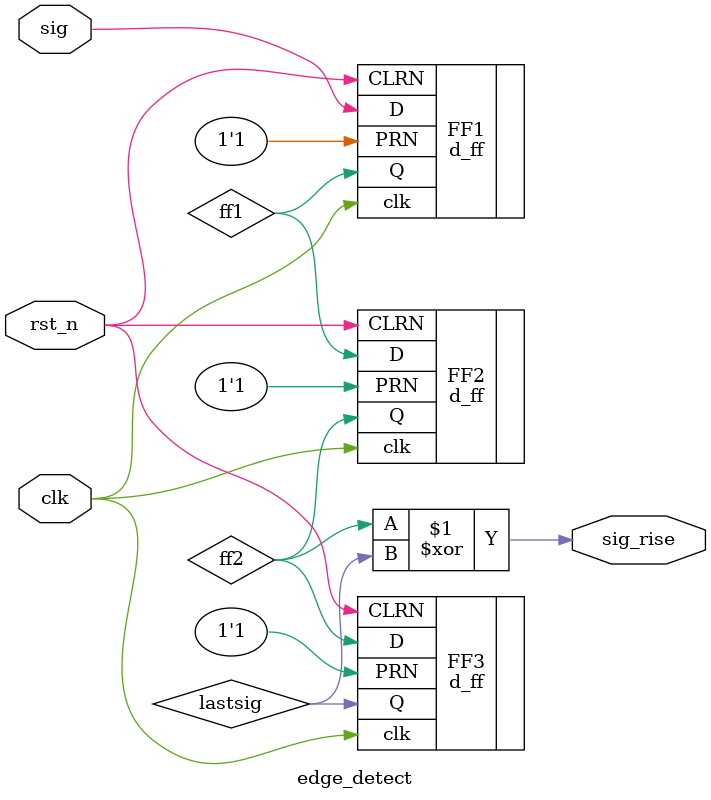
<source format=sv>
module edge_detect(
  input clk,			// hook to CLK of flops
  input rst_n,			// hook to PRN
  input sig,			// signal we are detecting a rising edge on
  output sig_rise		// high for 1 clock cycle on rise of sig
);

	//////////////////////////////////////////
	// Declare any needed internal signals //
	////////////////////////////////////////
	logic ff1;
	logic ff2;
	logic lastsig;
	
	
	///////////////////////////////////////////////////////
	// Instantiate flops to synchronize and edge detect //
	/////////////////////////////////////////////////////
	d_ff FF1(.clk(clk), .D(sig), .CLRN(rst_n), .PRN(1'b1), .Q(ff1));
	d_ff FF2(.clk(clk), .D(ff1), .CLRN(rst_n), .PRN(1'b1), .Q(ff2));
	d_ff FF3(.clk(clk), .D(ff2), .CLRN(rst_n), .PRN(1'b1), .Q(lastsig));
	
	//////////////////////////////////////////////////////////
	// Infer any needed logic (data flow) to form sig_rise //
	////////////////////////////////////////////////////////
	
	assign sig_rise = ff2 ^ lastsig;
	
endmodule
</source>
